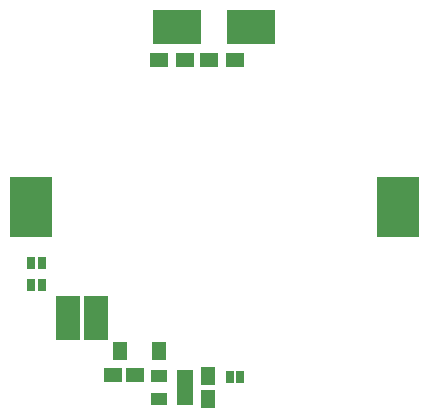
<source format=gbs>
G04 #@! TF.GenerationSoftware,KiCad,Pcbnew,no-vcs-found-7713~57~ubuntu16.04.1*
G04 #@! TF.CreationDate,2017-02-24T16:11:26+02:00*
G04 #@! TF.ProjectId,multisensor_cr2032,6D756C746973656E736F725F63723230,rev?*
G04 #@! TF.FileFunction,Soldermask,Bot*
G04 #@! TF.FilePolarity,Negative*
%FSLAX46Y46*%
G04 Gerber Fmt 4.6, Leading zero omitted, Abs format (unit mm)*
G04 Created by KiCad (PCBNEW no-vcs-found-7713~57~ubuntu16.04.1) date Fri Feb 24 16:11:26 2017*
%MOMM*%
%LPD*%
G01*
G04 APERTURE LIST*
%ADD10C,0.100000*%
%ADD11R,3.549600X5.175200*%
%ADD12R,1.600000X1.150000*%
%ADD13R,4.150000X2.900000*%
%ADD14R,1.150000X1.600000*%
%ADD15R,1.300000X1.600000*%
%ADD16R,2.000000X3.800000*%
%ADD17R,1.460000X1.050000*%
%ADD18R,1.600000X1.300000*%
%ADD19R,0.800000X1.000000*%
G04 APERTURE END LIST*
D10*
D11*
X101346000Y-86868000D03*
X132384800Y-86868000D03*
D12*
X108270000Y-101092000D03*
X110170000Y-101092000D03*
D13*
X119965000Y-71628000D03*
X113715000Y-71628000D03*
D14*
X116332000Y-101158000D03*
X116332000Y-103058000D03*
D15*
X108840000Y-99060000D03*
X112140000Y-99060000D03*
D16*
X106864000Y-96266000D03*
X104464000Y-96266000D03*
D17*
X112184000Y-101158000D03*
X112184000Y-103058000D03*
X114384000Y-103058000D03*
X114384000Y-102108000D03*
X114384000Y-101158000D03*
D18*
X112184000Y-74422000D03*
X114384000Y-74422000D03*
X116418000Y-74422000D03*
X118618000Y-74422000D03*
D19*
X102250000Y-93400000D03*
X101350000Y-93400000D03*
X102250000Y-91600000D03*
X101350000Y-91600000D03*
X119050000Y-101200000D03*
X118150000Y-101200000D03*
M02*

</source>
